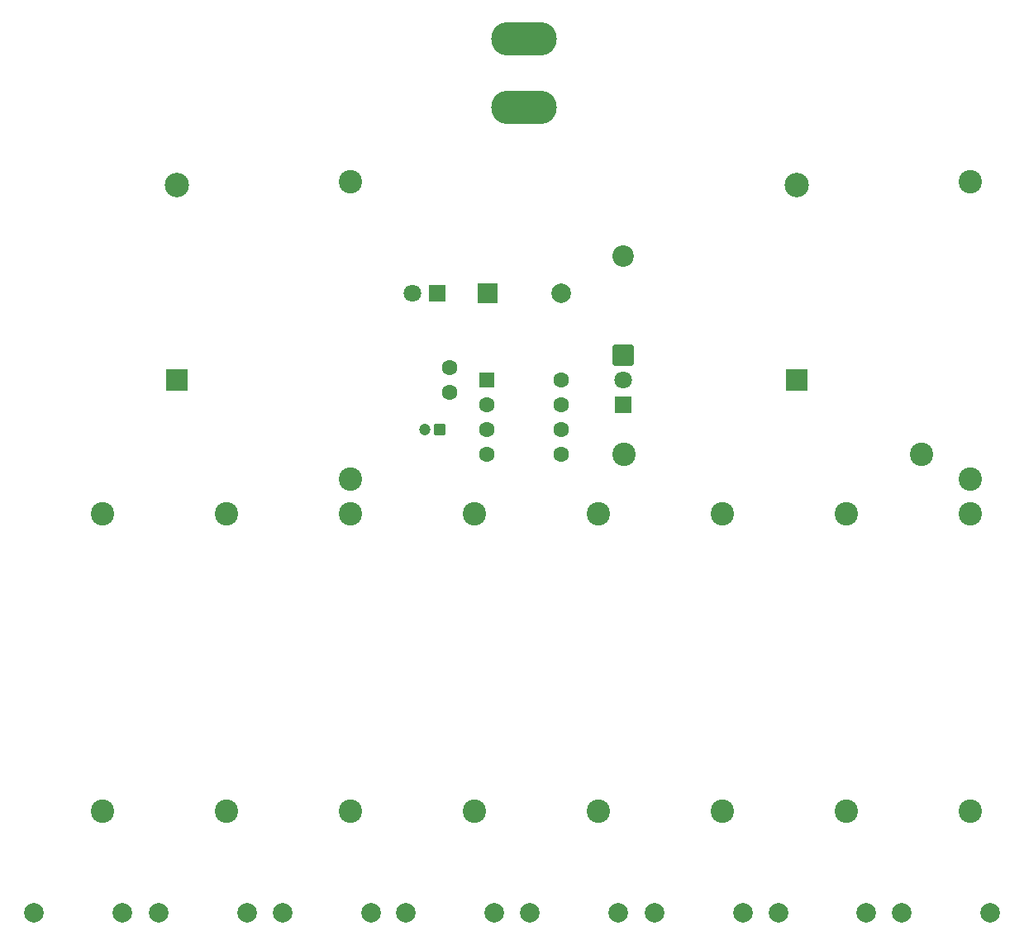
<source format=gbr>
%TF.GenerationSoftware,KiCad,Pcbnew,9.0.6*%
%TF.CreationDate,2025-12-13T22:30:01+01:00*%
%TF.ProjectId,piano,7069616e-6f2e-46b6-9963-61645f706362,rev?*%
%TF.SameCoordinates,Original*%
%TF.FileFunction,Soldermask,Bot*%
%TF.FilePolarity,Negative*%
%FSLAX46Y46*%
G04 Gerber Fmt 4.6, Leading zero omitted, Abs format (unit mm)*
G04 Created by KiCad (PCBNEW 9.0.6) date 2025-12-13 22:30:01*
%MOMM*%
%LPD*%
G01*
G04 APERTURE LIST*
G04 Aperture macros list*
%AMRoundRect*
0 Rectangle with rounded corners*
0 $1 Rounding radius*
0 $2 $3 $4 $5 $6 $7 $8 $9 X,Y pos of 4 corners*
0 Add a 4 corners polygon primitive as box body*
4,1,4,$2,$3,$4,$5,$6,$7,$8,$9,$2,$3,0*
0 Add four circle primitives for the rounded corners*
1,1,$1+$1,$2,$3*
1,1,$1+$1,$4,$5*
1,1,$1+$1,$6,$7*
1,1,$1+$1,$8,$9*
0 Add four rect primitives between the rounded corners*
20,1,$1+$1,$2,$3,$4,$5,0*
20,1,$1+$1,$4,$5,$6,$7,0*
20,1,$1+$1,$6,$7,$8,$9,0*
20,1,$1+$1,$8,$9,$2,$3,0*%
G04 Aperture macros list end*
%ADD10R,1.800000X1.800000*%
%ADD11C,1.800000*%
%ADD12R,2.000000X2.000000*%
%ADD13C,2.000000*%
%ADD14C,2.400000*%
%ADD15RoundRect,0.250000X0.350000X0.350000X-0.350000X0.350000X-0.350000X-0.350000X0.350000X-0.350000X0*%
%ADD16C,1.200000*%
%ADD17O,6.724000X3.464000*%
%ADD18R,2.170000X2.170000*%
%ADD19C,2.500000*%
%ADD20C,1.600000*%
%ADD21RoundRect,0.249999X0.850001X-0.850001X0.850001X0.850001X-0.850001X0.850001X-0.850001X-0.850001X0*%
%ADD22C,2.200000*%
%ADD23RoundRect,0.250000X-0.550000X-0.550000X0.550000X-0.550000X0.550000X0.550000X-0.550000X0.550000X0*%
G04 APERTURE END LIST*
D10*
%TO.C,D1*%
X163830000Y-92710000D03*
D11*
X163830000Y-90170000D03*
%TD*%
D12*
%TO.C,BZ1*%
X149870000Y-81280000D03*
D13*
X157470000Y-81280000D03*
%TD*%
D14*
%TO.C,R11*%
X135890000Y-69845000D03*
X135890000Y-100325000D03*
%TD*%
D15*
%TO.C,C1*%
X145010000Y-95250000D03*
D16*
X143510000Y-95250000D03*
%TD*%
D17*
%TO.C,S1*%
X153670000Y-55230000D03*
X153670000Y-62230000D03*
%TD*%
D13*
%TO.C,SW1*%
X103450000Y-144780000D03*
X112450000Y-144780000D03*
%TD*%
%TO.C,SW8*%
X192350000Y-144780000D03*
X201350000Y-144780000D03*
%TD*%
D18*
%TO.C,BAT2*%
X181610000Y-90170000D03*
D19*
X181610000Y-70170000D03*
%TD*%
D10*
%TO.C,D3*%
X144780000Y-81280000D03*
D11*
X142240000Y-81280000D03*
%TD*%
D14*
%TO.C,R9*%
X194315000Y-97790000D03*
X163835000Y-97790000D03*
%TD*%
D13*
%TO.C,SW2*%
X116230000Y-144780000D03*
X125230000Y-144780000D03*
%TD*%
D14*
%TO.C,R7*%
X186690000Y-134371000D03*
X186690000Y-103891000D03*
%TD*%
D20*
%TO.C,C2*%
X146050000Y-91440000D03*
X146050000Y-88940000D03*
%TD*%
D13*
%TO.C,SW4*%
X141550000Y-144780000D03*
X150550000Y-144780000D03*
%TD*%
D18*
%TO.C,BAT1*%
X118110000Y-90170000D03*
D19*
X118110000Y-70170000D03*
%TD*%
D13*
%TO.C,SW7*%
X179690000Y-144780000D03*
X188690000Y-144780000D03*
%TD*%
D14*
%TO.C,R10*%
X199390000Y-134371000D03*
X199390000Y-103891000D03*
%TD*%
%TO.C,R2*%
X123190000Y-134371000D03*
X123190000Y-103891000D03*
%TD*%
%TO.C,R8*%
X199390000Y-100335000D03*
X199390000Y-69855000D03*
%TD*%
D21*
%TO.C,D2*%
X163830000Y-87630000D03*
D22*
X163830000Y-77470000D03*
%TD*%
D14*
%TO.C,R6*%
X173990000Y-134371000D03*
X173990000Y-103891000D03*
%TD*%
D13*
%TO.C,SW3*%
X128930000Y-144780000D03*
X137930000Y-144780000D03*
%TD*%
D14*
%TO.C,R5*%
X161290000Y-134371000D03*
X161290000Y-103891000D03*
%TD*%
%TO.C,R1*%
X110490000Y-134371000D03*
X110490000Y-103891000D03*
%TD*%
D13*
%TO.C,SW5*%
X154250000Y-144780000D03*
X163250000Y-144780000D03*
%TD*%
D14*
%TO.C,R3*%
X135890000Y-134371000D03*
X135890000Y-103891000D03*
%TD*%
%TO.C,R4*%
X148590000Y-134371000D03*
X148590000Y-103891000D03*
%TD*%
D23*
%TO.C,U1*%
X149860000Y-90170000D03*
D20*
X149860000Y-92710000D03*
X149860000Y-95250000D03*
X149860000Y-97790000D03*
X157480000Y-97790000D03*
X157480000Y-95250000D03*
X157480000Y-92710000D03*
X157480000Y-90170000D03*
%TD*%
D13*
%TO.C,SW6*%
X167030000Y-144780000D03*
X176030000Y-144780000D03*
%TD*%
M02*

</source>
